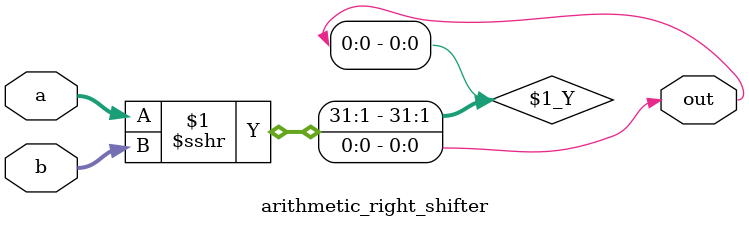
<source format=v>
module adder_1bit (carryOut,sum,a,b,carryIn);
    input a,b,carryIn;
    output sum, carryOut;
    assign sum = a^b^carryIn;
    assign carryOut = a&b | b&carryIn | carryIn&a;
    
endmodule

module adder_4bit(carryOut,sum,a,b,carryIn);
    input [3:0] a,b;
    input carryIn;
    output [3:0] sum;
    output carryOut;
    wire [2:0] internalCarry;

    adder_1bit adder0(internalCarry[0],sum[0],a[0],b[0],carryIn);
    adder_1bit adder1(internalCarry[1],sum[1],a[1],b[1],internalCarry[0]);
    adder_1bit adder2(internalCarry[2],sum[2],a[2],b[2],internalCarry[1]);
    adder_1bit adder3(carryOut,sum[3],a[3],b[3],internalCarry[2]);
endmodule

module adder_32bit(carryOut,sum,a,b,carryIn);
input [31:0] a,b;
input carryIn;
output [31:0] sum;
output carryOut;
wire [6:0] internalCarry;

adder_4bit adder0(
    .carryOut(internalCarry[0]),
    .sum(sum[3:0]),
    .a(a[3:0]),
    .b(b[3:0]),
    .carryIn(carryIn)
);
adder_4bit adder1(
    .carryOut(internalCarry[1]),
    .sum(sum[7:4]),
    .a(a[7:4]),
    .b(b[7:4]),
    .carryIn(internalCarry[0])
);
adder_4bit adder2(
    .carryOut(internalCarry[2]),
    .sum(sum[11:8]),
    .a(a[11:8]),
    .b(b[11:8]),
    .carryIn(internalCarry[1])
);
adder_4bit adder3(
    .carryOut(internalCarry[3]),
    .sum(sum[15:12]),
    .a(a[15:12]),
    .b(b[15:12]),
    .carryIn(internalCarry[2])
);
adder_4bit adder4(
    .carryOut(internalCarry[4]),
    .sum(sum[19:16]),
    .a(a[19:16]),
    .b(b[19:16]),
    .carryIn(internalCarry[3])
);
adder_4bit adder5(
    .carryOut(internalCarry[5]),
    .sum(sum[23:20]),
    .a(a[23:20]),
    .b(b[23:20]),
    .carryIn(internalCarry[4])
);
adder_4bit adder6(
    .carryOut(internalCarry[6]),
    .sum(sum[27:24]),
    .a(a[27:24]),
    .b(b[27:24]),
    .carryIn(internalCarry[5])
);
adder_4bit adder7(
    .carryOut(carryOut),
    .sum(sum[31:28]),
    .a(a[31:28]),
    .b(b[31:28]),
    .carryIn(internalCarry[6])
);

endmodule

module and_4bit(out,a,b);
    input [3:0] a,b;
    output [3:0] out;

    assign out[0] = a[0] & b[0];
    assign out[1] = a[1] & b[1];
    assign out[2] = a[2] & b[2];
    assign out[3] = a[3] & b[3];
endmodule

module and_32bit(out,a,b);
    input [31:0] a,b;
    output [31:0] out;

    and_4bit and0(
        .out(out[3:0]),
        .a(a[3:0]),
        .b(b[3:0])
    );
    and_4bit and1(
        .out(out[7:4]),
        .a(a[7:4]),
        .b(b[7:4])
    );
    and_4bit and2(
        .out(out[11:8]),
        .a(a[11:8]),
        .b(b[11:8])
    );
    and_4bit and3(
        .out(out[15:12]),
        .a(a[15:12]),
        .b(b[15:12])
    );
    and_4bit and4(
        .out(out[19:16]),
        .a(a[19:16]),
        .b(b[19:16])
    );
    and_4bit and5(
        .out(out[23:20]),
        .a(a[23:20]),
        .b(b[23:20])
    );
    and_4bit and6(
        .out(out[27:24]),
        .a(a[27:24]),
        .b(b[27:24])
    );
    and_4bit and7(
        .out(out[31:28]),
        .a(a[31:28]),
        .b(b[31:28])
    );
endmodule

module mux_2x1(a,b,select,out); //a if 0, b if 1
    input a,b,select;
    output out;
    wire selectNot, and1,and2;

    not(selectNot,select);
    and(and1,selectNot,a);
    and(and2,select,b);
    or(out,and1,and2);

endmodule

module mux_4x1(a,b,c,d,select,out); //
input a,b,c,d;
input[1:0] select;
output out;
wire [1:0] internalOutputs;

mux_2x1 mux1(
    .a(a),
    .b(b),
    .select(select[1]),
    .out(internalOutputs[0])
);

mux_2x1 mux2(
    .a(c),
    .b(d),
    .select(select[1]),
    .out(internalOutputs[1])
);

mux_2x1 mux3(
    .a(internalOutputs[0]),
    .b(internalOutputs[1]),
    .select(select[0]),
    .out(out)
);

endmodule

module mux_5x1_1bit(a,b,c,d,e,select,out);
    input a,b,c,d,e;
    input [2:0] select;
    output out;
    wire internalOutput;
    
    mux_4x1 mux1(
        .a(a),
        .b(b),
        .c(c),
        .d(d),
        .select(select[1:0]),
        .out(internalOutput)
    );

    mux_2x1 mux2(
        .a(internalOutput),
        .b(e),
        .select(select[2]),
        .out(out)
    );

endmodule

module mux_2x1_4bit(a,b,select,out);
    input [3:0] a,b;
    input select;
    output [3:0] out;

    mux_2x1 mux0(
        .a(a[0]),
        .b(b[0]),
        .select(select),
        .out(out[0])
    );
    mux_2x1 mux1(
        .a(a[1]),
        .b(b[1]),
        .select(select),
        .out(out[1])
    );
    mux_2x1 mux2(
        .a(a[2]),
        .b(b[2]),
        .select(select),
        .out(out[2])
    );
    mux_2x1 mux3(
        .a(a[3]),
        .b(b[3]),
        .select(select),
        .out(out[3])
    );

endmodule

module mux_5x1_4bit(a,b,c,d,e,select,out);
    input [3:0] a,b,c,d,e;
    input [2:0] select;
    output [3:0] out;

    mux_5x1_1bit mux0(
        .a(a[0]),
        .b(b[0]),
        .c(c[0]),
        .d(d[0]),
        .e(e[0]),
        .select(select[2:0]),
        .out(out[0])
    );
    mux_5x1_1bit mux1(
        .a(a[1]),
        .b(b[1]),
        .c(c[1]),
        .d(d[1]),
        .e(e[1]),
        .select(select[2:0]),
        .out(out[1])
    );
    mux_5x1_1bit mux2(
        .a(a[2]),
        .b(b[2]),
        .c(c[2]),
        .d(d[2]),
        .e(e[2]),
        .select(select[2:0]),
        .out(out[2])
    );
    mux_5x1_1bit mux3(
        .a(a[3]),
        .b(b[3]),
        .c(c[3]),
        .d(d[3]),
        .e(e[3]),
        .select(select[2:0]),
        .out(out[3])
    );

endmodule

module mux_2x1_32bit(a,b,select,out);
    input [31:0] a,b;
    input select;
    output [31:0] out;

    mux_2x1_4bit mux0(
        .a(a[3:0]),
        .b(b[3:0]),
        .select(select),
        .out(out[3:0])
    );
    mux_2x1_4bit mux1(
        .a(a[7:4]),
        .b(b[7:4]),
        .select(select),
        .out(out[7:4])
    );
    mux_2x1_4bit mux2(
        .a(a[11:8]),
        .b(b[11:8]),
        .select(select),
        .out(out[11:8])
    );
    mux_2x1_4bit mux3(
        .a(a[15:12]),
        .b(b[15:12]),
        .select(select),
        .out(out[15:12])
    );
    mux_2x1_4bit mux4(
        .a(a[19:16]),
        .b(b[19:16]),
        .select(select),
        .out(out[19:16])
    );
    mux_2x1_4bit mux5(
        .a(a[23:20]),
        .b(b[23:20]),
        .select(select),
        .out(out[23:20])
    );
    mux_2x1_4bit mux6(
        .a(a[27:24]),
        .b(b[27:24]),
        .select(select),
        .out(out[27:24])
    );
    mux_2x1_4bit mux7(
        .a(a[31:28]),
        .b(b[31:28]),
        .select(select),
        .out(out[31:28])
    );
endmodule

module mux_5x1_32bit(a,b,c,d,e,select,out);
    input [31:0] a,b,c,d,e;
    input [2:0] select;
    output [31:0] out;

    mux_5x1_4bit mux0(
        .a(a[3:0]),
        .b(b[3:0]),
        .c(c[3:0]),
        .d(d[3:0]),
        .e(e[3:0]),
        .select(select[2:0]),
        .out(out[3:0])
    );
    mux_5x1_4bit mux1(
        .a(a[7:4]),
        .b(b[7:4]),
        .c(c[7:4]),
        .d(d[7:4]),
        .e(e[7:4]),
        .select(select[2:0]),
        .out(out[7:4])
    );
    mux_5x1_4bit mux2(
        .a(a[11:8]),
        .b(b[11:8]),
        .c(c[11:8]),
        .d(d[11:8]),
        .e(e[11:8]),
        .select(select[2:0]),
        .out(out[11:8])
    );
    mux_5x1_4bit mux3(
        .a(a[15:12]),
        .b(b[15:12]),
        .c(c[15:12]),
        .d(d[15:12]),
        .e(e[15:12]),
        .select(select[2:0]),
        .out(out[15:12])
    );
    mux_5x1_4bit mux4(
        .a(a[19:16]),
        .b(b[19:16]),
        .c(c[19:16]),
        .d(d[19:16]),
        .e(e[19:16]),
        .select(select[2:0]),
        .out(out[19:16])
    );
    mux_5x1_4bit mux5(
        .a(a[23:20]),
        .b(b[23:20]),
        .c(c[23:20]),
        .d(d[23:20]),
        .e(e[23:20]),
        .select(select[2:0]),
        .out(out[23:20])
    );
    mux_5x1_4bit mux6(
        .a(a[27:24]),
        .b(b[27:24]),
        .c(c[27:24]),
        .d(d[27:24]),
        .e(e[27:24]),
        .select(select[2:0]),
        .out(out[27:24])
    );
    mux_5x1_4bit mux7(
        .a(a[31:28]),
        .b(b[31:28]),
        .c(c[31:28]),
        .d(d[31:28]),
        .e(e[31:28]),
        .select(select[2:0]),
        .out(out[31:28])
    );

endmodule

module xor_4bit(out,a,b);
    input [3:0] a,b;
    output [3:0] out;

    assign out[0] = a[0] ^ b[0];
    assign out[1] = a[1] ^ b[1];
    assign out[2] = a[2] ^ b[2];
    assign out[3] = a[3] ^ b[3];
endmodule

module xor_32bit(out,a,b);
    input [31:0] a,b;
    output [31:0] out;

    xor_4bit xor0(
        .out(out[3:0]),
        .a(a[3:0]),
        .b(b[3:0])
    );
    xor_4bit xor1(
        .out(out[7:4]),
        .a(a[7:4]),
        .b(b[7:4])
    );
    xor_4bit xor2(
        .out(out[11:8]),
        .a(a[11:8]),
        .b(b[11:8])
    );
    xor_4bit xor3(
        .out(out[15:12]),
        .a(a[15:12]),
        .b(b[15:12])
    );
    xor_4bit xor4(
        .out(out[19:16]),
        .a(a[19:16]),
        .b(b[19:16])
    );
    xor_4bit xor5(
        .out(out[23:20]),
        .a(a[23:20]),
        .b(b[23:20])
    );
    xor_4bit xor6(
        .out(out[27:24]),
        .a(a[27:24]),
        .b(b[27:24])
    );
    xor_4bit xor7(
        .out(out[31:28]),
        .a(a[31:28]),
        .b(b[31:28])
    );
endmodule

module zeroExtend_1bit(a,out);
    input a;
    output out;
    assign out = a;
endmodule

module zeroExtend_4bit(a,out);
    input a;
    output [3:0] out;
    zeroExtend_1bit extend0(
        .a(a),
        .out(out[0])
    );
    zeroExtend_1bit extend1(
        .a(1'b0),
        .out(out[1])
    );
    zeroExtend_1bit extend2(
        .a(1'b0),
        .out(out[2])
    );
    zeroExtend_1bit extend3(
        .a(1'b0),
        .out(out[3])
    );
endmodule

module zeroExtend_32bit(a,out);
    input a;
    output [31:0] out;
    zeroExtend_4bit extend0(
        .a(a),
        .out(out[3:0])
    );
    zeroExtend_4bit extend1(
        .a(1'b0),
        .out(out[7:4])
    );
    zeroExtend_4bit extend2(
        .a(1'b0),
        .out(out[11:8])
    );
    zeroExtend_4bit extend3(
        .a(1'b0),
        .out(out[15:12])
    );
    zeroExtend_4bit extend4(
        .a(1'b0),
        .out(out[19:16])
    );
    zeroExtend_4bit extend5(
        .a(1'b0),
        .out(out[23:20])
    );
    zeroExtend_4bit extend6(
        .a(1'b0),
        .out(out[27:24])
    );
    zeroExtend_4bit extend7(
        .a(1'b0),
        .out(out[31:28])
    );
endmodule

module not_4bit(out,in);
    input [3:0] in;
    output [3:0] out;

    assign out[0] = ~in[0];
    assign out[1] = ~in[1];
    assign out[2] = ~in[2];
    assign out[3] = ~in[3];
endmodule

module not_32bit(out,in);
    input [31:0] in;
    output [31:0] out;

    not_4bit not0(
        .out(out[3:0]),
        .in(in[3:0])
    );
    not_4bit not1(
        .out(out[7:4]),
        .in(in[7:4])
    );
    not_4bit not2(
        .out(out[11:8]),
        .in(in[11:8])
    );
    not_4bit not3(
        .out(out[15:12]),
        .in(in[15:12])
    );
    not_4bit not4(
        .out(out[19:16]),
        .in(in[19:16])
    );
    not_4bit not5(
        .out(out[23:20]),
        .in(in[23:20])
    );
    not_4bit not6(
        .out(out[27:24]),
        .in(in[27:24])
    );
    not_4bit not7(
        .out(out[31:28]),
        .in(in[31:28])
    );
endmodule

module mux_2(a,b,select,out);
    input [31:0] a,b;
    input select;
    output [31:0] out;

    assign out = select ? b : a;
endmodule

module mux_3(a,b,c,select,out);
    input [31:0] a,b,c;
    input[1:0] select;
    output reg [31:0] out;
    
    always @(*) begin
        case (select)
            2'b00:  out = a;
            2'b01:  out = b;
            2'b10:  out = c;
        endcase

    end

endmodule

module arithmetic_right_shifter(a,b,out);
    input [31:0] a,b;
    output out;

    assign out = a >>> b;
endmodule
</source>
